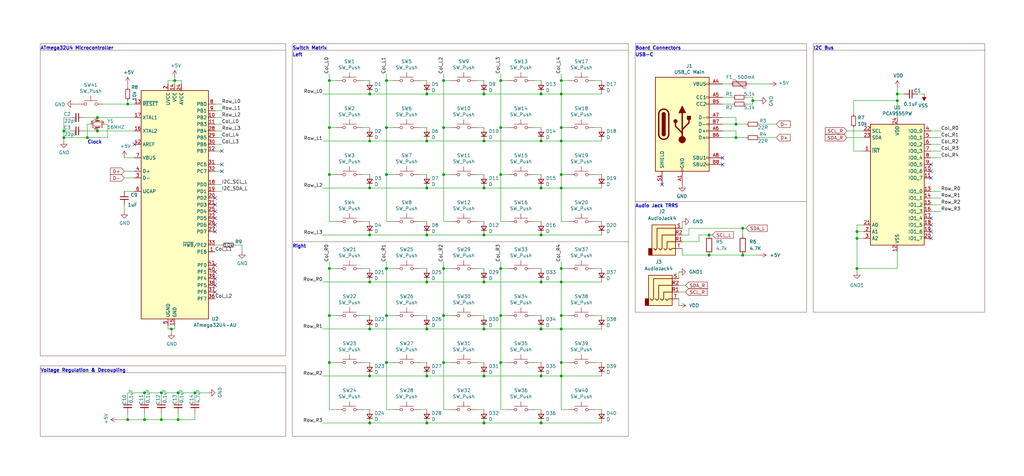
<source format=kicad_sch>
(kicad_sch (version 20230121) (generator eeschema)
  (paper "User" 386.994 180.01)
  (title_block (title "4wyliT") (date "2023-12-17") (rev "3") (company "wylited"))
  (junction (at 161.29 35.56))
  (junction (at 267.97 96.52))
  (junction (at 323.85 101.6))
  (junction (at 139.7 71.12))
  (junction (at 124.46 137.16))
  (junction (at 146.05 66.04))
  (junction (at 36.83 44.45))
  (junction (at 161.29 142.24))
  (junction (at 212.09 48.26))
  (junction (at 73.66 148.59))
  (junction (at 189.23 48.26))
  (junction (at 161.29 106.68))
  (junction (at 189.23 119.38))
  (junction (at 212.09 53.34))
  (junction (at 212.09 35.56))
  (junction (at 139.7 106.68))
  (junction (at 146.05 101.6))
  (junction (at 67.31 148.59))
  (junction (at 124.46 101.6))
  (junction (at 182.88 53.34))
  (junction (at 284.48 38.1))
  (junction (at 189.23 30.48))
  (junction (at 212.09 142.24))
  (junction (at 139.7 160.02))
  (junction (at 280.67 86.36))
  (junction (at 204.47 124.46))
  (junction (at 189.23 137.16))
  (junction (at 212.09 124.46))
  (junction (at 60.96 158.75))
  (junction (at 204.47 106.68))
  (junction (at 189.23 66.04))
  (junction (at 267.97 88.9))
  (junction (at 139.7 124.46))
  (junction (at 204.47 71.12))
  (junction (at 182.88 88.9))
  (junction (at 167.64 66.04))
  (junction (at 139.7 35.56))
  (junction (at 280.67 96.52))
  (junction (at 204.47 142.24))
  (junction (at 161.29 71.12))
  (junction (at 167.64 119.38))
  (junction (at 182.88 71.12))
  (junction (at 48.26 39.37))
  (junction (at 212.09 30.48))
  (junction (at 212.09 101.6))
  (junction (at 24.13 49.53))
  (junction (at 167.64 101.6))
  (junction (at 24.13 52.07))
  (junction (at 339.09 38.1))
  (junction (at 212.09 66.04))
  (junction (at 182.88 124.46))
  (junction (at 167.64 137.16))
  (junction (at 48.26 158.75))
  (junction (at 60.96 148.59))
  (junction (at 139.7 88.9))
  (junction (at 36.83 49.53))
  (junction (at 189.23 101.6))
  (junction (at 139.7 53.34))
  (junction (at 124.46 66.04))
  (junction (at 278.13 52.07))
  (junction (at 146.05 119.38))
  (junction (at 182.88 160.02))
  (junction (at 66.04 30.48))
  (junction (at 161.29 88.9))
  (junction (at 167.64 48.26))
  (junction (at 161.29 124.46))
  (junction (at 182.88 35.56))
  (junction (at 54.61 158.75))
  (junction (at 124.46 119.38))
  (junction (at 146.05 137.16))
  (junction (at 161.29 160.02))
  (junction (at 204.47 53.34))
  (junction (at 146.05 48.26))
  (junction (at 54.61 148.59))
  (junction (at 212.09 119.38))
  (junction (at 212.09 106.68))
  (junction (at 64.77 124.46))
  (junction (at 278.13 46.99))
  (junction (at 182.88 106.68))
  (junction (at 67.31 158.75))
  (junction (at 204.47 88.9))
  (junction (at 212.09 137.16))
  (junction (at 146.05 30.48))
  (junction (at 204.47 160.02))
  (junction (at 124.46 48.26))
  (junction (at 323.85 90.17))
  (junction (at 167.64 30.48))
  (junction (at 124.46 30.48))
  (junction (at 161.29 53.34))
  (junction (at 212.09 71.12))
  (junction (at 33.02 52.07))
  (junction (at 139.7 142.24))
  (junction (at 323.85 87.63))
  (junction (at 339.09 35.56))
  (junction (at 182.88 142.24))
  (junction (at 204.47 35.56))
  (no_connect (at 81.28 102.87))
  (no_connect (at 81.28 82.55))
  (no_connect (at 351.79 85.09))
  (no_connect (at 250.19 69.85))
  (no_connect (at 351.79 62.23))
  (no_connect (at 351.79 64.77))
  (no_connect (at 81.28 87.63))
  (no_connect (at 273.05 62.23))
  (no_connect (at 83.82 57.15))
  (no_connect (at 81.28 85.09))
  (no_connect (at 81.28 110.49))
  (no_connect (at 273.05 59.69))
  (no_connect (at 81.28 74.93))
  (no_connect (at 81.28 105.41))
  (no_connect (at 50.8 54.61))
  (no_connect (at 81.28 107.95))
  (no_connect (at 83.82 64.77))
  (no_connect (at 81.28 100.33))
  (no_connect (at 351.79 82.55))
  (no_connect (at 83.82 62.23))
  (no_connect (at 81.28 77.47))
  (no_connect (at 351.79 67.31))
  (no_connect (at 351.79 87.63))
  (no_connect (at 351.79 90.17))
  (no_connect (at 81.28 80.01))
  (wire (pts (xy 322.58 57.15) (xy 326.39 57.15)))
  (wire (pts (xy 182.88 124.46) (xy 204.47 124.46)))
  (wire (pts (xy 170.18 119.38) (xy 167.64 119.38)))
  (wire (pts (xy 276.86 39.37) (xy 273.05 39.37)))
  (wire (pts (xy 124.46 99.06) (xy 124.46 101.6)))
  (wire (pts (xy 212.09 66.04) (xy 212.09 53.34)))
  (wire (pts (xy 256.54 115.57) (xy 256.54 113.03)))
  (wire (pts (xy 201.93 101.6) (xy 204.47 101.6)))
  (wire (pts (xy 346.71 35.56) (xy 349.25 35.56)))
  (wire (pts (xy 281.94 36.83) (xy 284.48 36.83)))
  (wire (pts (xy 146.05 66.04) (xy 146.05 48.26)))
  (wire (pts (xy 284.48 38.1) (xy 287.02 38.1)))
  (wire (pts (xy 66.04 124.46) (xy 66.04 123.19)))
  (wire (pts (xy 124.46 30.48) (xy 127 30.48)))
  (wire (pts (xy 189.23 101.6) (xy 191.77 101.6)))
  (wire (pts (xy 204.47 88.9) (xy 227.33 88.9)))
  (wire (pts (xy 127 83.82) (xy 124.46 83.82)))
  (wire (pts (xy 167.64 119.38) (xy 167.64 101.6)))
  (wire (pts (xy 323.85 101.6) (xy 339.09 101.6)))
  (wire (pts (xy 24.13 49.53) (xy 24.13 52.07)))
  (wire (pts (xy 39.37 39.37) (xy 48.26 39.37)))
  (wire (pts (xy 257.81 88.9) (xy 260.35 88.9)))
  (wire (pts (xy 146.05 154.94) (xy 146.05 137.16)))
  (wire (pts (xy 50.8 44.45) (xy 36.83 44.45)))
  (wire (pts (xy 137.16 137.16) (xy 139.7 137.16)))
  (wire (pts (xy 273.05 49.53) (xy 278.13 49.53)))
  (wire (pts (xy 170.18 83.82) (xy 167.64 83.82)))
  (wire (pts (xy 351.79 57.15) (xy 355.6 57.15)))
  (wire (pts (xy 170.18 137.16) (xy 167.64 137.16)))
  (wire (pts (xy 48.26 151.13) (xy 48.26 148.59)))
  (wire (pts (xy 191.77 66.04) (xy 189.23 66.04)))
  (wire (pts (xy 33.02 46.99) (xy 33.02 52.07)))
  (wire (pts (xy 64.77 124.46) (xy 64.77 125.73)))
  (wire (pts (xy 212.09 53.34) (xy 212.09 48.26)))
  (wire (pts (xy 81.28 92.71) (xy 83.82 92.71)))
  (wire (pts (xy 167.64 27.94) (xy 167.64 30.48)))
  (wire (pts (xy 212.09 35.56) (xy 212.09 30.48)))
  (wire (pts (xy 212.09 124.46) (xy 227.33 124.46)))
  (wire (pts (xy 189.23 137.16) (xy 189.23 119.38)))
  (wire (pts (xy 63.5 30.48) (xy 66.04 30.48)))
  (wire (pts (xy 48.26 31.75) (xy 48.26 33.02)))
  (wire (pts (xy 161.29 106.68) (xy 182.88 106.68)))
  (wire (pts (xy 351.79 52.07) (xy 355.6 52.07)))
  (wire (pts (xy 287.02 46.99) (xy 293.37 46.99)))
  (wire (pts (xy 180.34 101.6) (xy 182.88 101.6)))
  (wire (pts (xy 214.63 83.82) (xy 212.09 83.82)))
  (wire (pts (xy 201.93 66.04) (xy 204.47 66.04)))
  (wire (pts (xy 81.28 69.85) (xy 83.82 69.85)))
  (wire (pts (xy 146.05 30.48) (xy 148.59 30.48)))
  (wire (pts (xy 54.61 148.59) (xy 60.96 148.59)))
  (wire (pts (xy 139.7 71.12) (xy 161.29 71.12)))
  (wire (pts (xy 260.35 86.36) (xy 280.67 86.36)))
  (wire (pts (xy 182.88 88.9) (xy 204.47 88.9)))
  (wire (pts (xy 212.09 119.38) (xy 212.09 106.68)))
  (wire (pts (xy 139.7 35.56) (xy 161.29 35.56)))
  (wire (pts (xy 212.09 83.82) (xy 212.09 71.12)))
  (wire (pts (xy 167.64 30.48) (xy 170.18 30.48)))
  (wire (pts (xy 204.47 124.46) (xy 212.09 124.46)))
  (wire (pts (xy 201.93 119.38) (xy 204.47 119.38)))
  (wire (pts (xy 39.37 46.99) (xy 40.64 46.99)))
  (wire (pts (xy 351.79 72.39) (xy 355.6 72.39)))
  (wire (pts (xy 124.46 154.94) (xy 124.46 137.16)))
  (wire (pts (xy 124.46 119.38) (xy 124.46 101.6)))
  (wire (pts (xy 212.09 27.94) (xy 212.09 30.48)))
  (wire (pts (xy 214.63 66.04) (xy 212.09 66.04)))
  (wire (pts (xy 214.63 154.94) (xy 212.09 154.94)))
  (wire (pts (xy 180.34 66.04) (xy 182.88 66.04)))
  (wire (pts (xy 214.63 119.38) (xy 212.09 119.38)))
  (wire (pts (xy 339.09 33.02) (xy 339.09 35.56)))
  (wire (pts (xy 180.34 137.16) (xy 182.88 137.16)))
  (wire (pts (xy 170.18 66.04) (xy 167.64 66.04)))
  (wire (pts (xy 323.85 85.09) (xy 323.85 87.63)))
  (wire (pts (xy 212.09 142.24) (xy 227.33 142.24)))
  (wire (pts (xy 63.5 124.46) (xy 63.5 123.19)))
  (wire (pts (xy 280.67 86.36) (xy 281.94 86.36)))
  (wire (pts (xy 278.13 46.99) (xy 281.94 46.99)))
  (wire (pts (xy 67.31 156.21) (xy 67.31 158.75)))
  (wire (pts (xy 256.54 107.95) (xy 259.08 107.95)))
  (wire (pts (xy 64.77 124.46) (xy 66.04 124.46)))
  (wire (pts (xy 322.58 48.26) (xy 322.58 57.15)))
  (wire (pts (xy 201.93 48.26) (xy 204.47 48.26)))
  (wire (pts (xy 284.48 36.83) (xy 284.48 38.1)))
  (wire (pts (xy 201.93 30.48) (xy 204.47 30.48)))
  (wire (pts (xy 167.64 154.94) (xy 167.64 137.16)))
  (wire (pts (xy 170.18 48.26) (xy 167.64 48.26)))
  (wire (pts (xy 34.29 46.99) (xy 33.02 46.99)))
  (wire (pts (xy 78.74 148.59) (xy 73.66 148.59)))
  (wire (pts (xy 148.59 48.26) (xy 146.05 48.26)))
  (wire (pts (xy 137.16 30.48) (xy 139.7 30.48)))
  (wire (pts (xy 158.75 101.6) (xy 161.29 101.6)))
  (wire (pts (xy 257.81 96.52) (xy 267.97 96.52)))
  (wire (pts (xy 224.79 48.26) (xy 227.33 48.26)))
  (wire (pts (xy 81.28 57.15) (xy 83.82 57.15)))
  (wire (pts (xy 212.09 53.34) (xy 227.33 53.34)))
  (wire (pts (xy 146.05 27.94) (xy 146.05 30.48)))
  (wire (pts (xy 148.59 66.04) (xy 146.05 66.04)))
  (wire (pts (xy 83.82 46.99) (xy 81.28 46.99)))
  (wire (pts (xy 67.31 148.59) (xy 73.66 148.59)))
  (wire (pts (xy 284.48 39.37) (xy 281.94 39.37)))
  (wire (pts (xy 68.58 30.48) (xy 68.58 31.75)))
  (wire (pts (xy 48.26 148.59) (xy 54.61 148.59)))
  (wire (pts (xy 146.05 99.06) (xy 146.05 101.6)))
  (wire (pts (xy 48.26 156.21) (xy 48.26 158.75)))
  (wire (pts (xy 180.34 30.48) (xy 182.88 30.48)))
  (wire (pts (xy 60.96 151.13) (xy 60.96 148.59)))
  (wire (pts (xy 137.16 101.6) (xy 139.7 101.6)))
  (wire (pts (xy 137.16 154.94) (xy 139.7 154.94)))
  (wire (pts (xy 341.63 35.56) (xy 339.09 35.56)))
  (wire (pts (xy 148.59 119.38) (xy 146.05 119.38)))
  (wire (pts (xy 60.96 148.59) (xy 67.31 148.59)))
  (wire (pts (xy 124.46 101.6) (xy 127 101.6)))
  (wire (pts (xy 212.09 142.24) (xy 212.09 137.16)))
  (wire (pts (xy 180.34 154.94) (xy 182.88 154.94)))
  (wire (pts (xy 204.47 53.34) (xy 212.09 53.34)))
  (wire (pts (xy 224.79 137.16) (xy 227.33 137.16)))
  (wire (pts (xy 139.7 88.9) (xy 161.29 88.9)))
  (wire (pts (xy 91.44 92.71) (xy 91.44 95.25)))
  (wire (pts (xy 191.77 119.38) (xy 189.23 119.38)))
  (wire (pts (xy 224.79 66.04) (xy 227.33 66.04)))
  (wire (pts (xy 124.46 137.16) (xy 124.46 119.38)))
  (wire (pts (xy 158.75 30.48) (xy 161.29 30.48)))
  (wire (pts (xy 67.31 151.13) (xy 67.31 148.59)))
  (wire (pts (xy 278.13 44.45) (xy 278.13 46.99)))
  (wire (pts (xy 212.09 154.94) (xy 212.09 142.24)))
  (wire (pts (xy 182.88 160.02) (xy 204.47 160.02)))
  (wire (pts (xy 60.96 158.75) (xy 67.31 158.75)))
  (wire (pts (xy 351.79 80.01) (xy 355.6 80.01)))
  (wire (pts (xy 264.16 88.9) (xy 267.97 88.9)))
  (wire (pts (xy 66.04 30.48) (xy 66.04 29.21)))
  (wire (pts (xy 191.77 137.16) (xy 189.23 137.16)))
  (wire (pts (xy 127 119.38) (xy 124.46 119.38)))
  (wire (pts (xy 278.13 52.07) (xy 281.94 52.07)))
  (wire (pts (xy 146.05 119.38) (xy 146.05 101.6)))
  (wire (pts (xy 161.29 88.9) (xy 182.88 88.9)))
  (wire (pts (xy 323.85 101.6) (xy 323.85 102.87)))
  (wire (pts (xy 54.61 151.13) (xy 54.61 148.59)))
  (wire (pts (xy 283.21 31.75) (xy 290.83 31.75)))
  (wire (pts (xy 63.5 30.48) (xy 63.5 31.75)))
  (wire (pts (xy 29.21 39.37) (xy 27.94 39.37)))
  (wire (pts (xy 167.64 101.6) (xy 170.18 101.6)))
  (wire (pts (xy 191.77 48.26) (xy 189.23 48.26)))
  (wire (pts (xy 224.79 83.82) (xy 227.33 83.82)))
  (wire (pts (xy 189.23 27.94) (xy 189.23 30.48)))
  (wire (pts (xy 212.09 101.6) (xy 214.63 101.6)))
  (wire (pts (xy 44.45 158.75) (xy 48.26 158.75)))
  (wire (pts (xy 24.13 49.53) (xy 26.67 49.53)))
  (wire (pts (xy 167.64 99.06) (xy 167.64 101.6)))
  (wire (pts (xy 351.79 74.93) (xy 355.6 74.93)))
  (wire (pts (xy 224.79 30.48) (xy 227.33 30.48)))
  (wire (pts (xy 212.09 30.48) (xy 214.63 30.48)))
  (wire (pts (xy 121.92 142.24) (xy 139.7 142.24)))
  (wire (pts (xy 124.46 66.04) (xy 124.46 48.26)))
  (wire (pts (xy 31.75 49.53) (xy 36.83 49.53)))
  (wire (pts (xy 212.09 35.56) (xy 227.33 35.56)))
  (wire (pts (xy 146.05 137.16) (xy 146.05 119.38)))
  (wire (pts (xy 260.35 88.9) (xy 260.35 86.36)))
  (wire (pts (xy 50.8 72.39) (xy 46.99 72.39)))
  (wire (pts (xy 161.29 53.34) (xy 182.88 53.34)))
  (wire (pts (xy 212.09 106.68) (xy 227.33 106.68)))
  (wire (pts (xy 83.82 49.53) (xy 81.28 49.53)))
  (wire (pts (xy 139.7 160.02) (xy 161.29 160.02)))
  (wire (pts (xy 264.16 91.44) (xy 264.16 88.9)))
  (wire (pts (xy 351.79 49.53) (xy 355.6 49.53)))
  (wire (pts (xy 60.96 156.21) (xy 60.96 158.75)))
  (wire (pts (xy 212.09 137.16) (xy 212.09 124.46)))
  (wire (pts (xy 124.46 83.82) (xy 124.46 66.04)))
  (wire (pts (xy 278.13 49.53) (xy 278.13 52.07)))
  (wire (pts (xy 121.92 71.12) (xy 139.7 71.12)))
  (wire (pts (xy 339.09 95.25) (xy 339.09 101.6)))
  (wire (pts (xy 224.79 119.38) (xy 227.33 119.38)))
  (wire (pts (xy 54.61 156.21) (xy 54.61 158.75)))
  (wire (pts (xy 148.59 83.82) (xy 146.05 83.82)))
  (wire (pts (xy 189.23 99.06) (xy 189.23 101.6)))
  (wire (pts (xy 83.82 44.45) (xy 81.28 44.45)))
  (wire (pts (xy 180.34 83.82) (xy 182.88 83.82)))
  (wire (pts (xy 189.23 154.94) (xy 189.23 137.16)))
  (wire (pts (xy 137.16 83.82) (xy 139.7 83.82)))
  (wire (pts (xy 320.04 52.07) (xy 326.39 52.07)))
  (wire (pts (xy 204.47 71.12) (xy 212.09 71.12)))
  (wire (pts (xy 267.97 88.9) (xy 269.24 88.9)))
  (wire (pts (xy 182.88 106.68) (xy 204.47 106.68)))
  (wire (pts (xy 139.7 106.68) (xy 161.29 106.68)))
  (wire (pts (xy 273.05 44.45) (xy 278.13 44.45)))
  (wire (pts (xy 355.6 59.69) (xy 351.79 59.69)))
  (wire (pts (xy 48.26 158.75) (xy 54.61 158.75)))
  (wire (pts (xy 180.34 119.38) (xy 182.88 119.38)))
  (wire (pts (xy 189.23 30.48) (xy 191.77 30.48)))
  (wire (pts (xy 257.81 96.52) (xy 257.81 93.98)))
  (wire (pts (xy 287.02 52.07) (xy 293.37 52.07)))
  (wire (pts (xy 201.93 83.82) (xy 204.47 83.82)))
  (wire (pts (xy 257.81 91.44) (xy 264.16 91.44)))
  (wire (pts (xy 158.75 83.82) (xy 161.29 83.82)))
  (wire (pts (xy 48.26 39.37) (xy 48.26 38.1)))
  (wire (pts (xy 280.67 96.52) (xy 287.02 96.52)))
  (wire (pts (xy 54.61 158.75) (xy 60.96 158.75)))
  (wire (pts (xy 26.67 44.45) (xy 24.13 44.45)))
  (wire (pts (xy 24.13 53.34) (xy 24.13 52.07)))
  (wire (pts (xy 158.75 66.04) (xy 161.29 66.04)))
  (wire (pts (xy 148.59 137.16) (xy 146.05 137.16)))
  (wire (pts (xy 121.92 88.9) (xy 139.7 88.9)))
  (wire (pts (xy 83.82 54.61) (xy 81.28 54.61)))
  (wire (pts (xy 46.99 80.01) (xy 46.99 77.47)))
  (wire (pts (xy 182.88 142.24) (xy 204.47 142.24)))
  (wire (pts (xy 158.75 119.38) (xy 161.29 119.38)))
  (wire (pts (xy 182.88 53.34) (xy 204.47 53.34)))
  (wire (pts (xy 167.64 83.82) (xy 167.64 66.04)))
  (wire (pts (xy 201.93 154.94) (xy 204.47 154.94)))
  (wire (pts (xy 121.92 124.46) (xy 139.7 124.46)))
  (wire (pts (xy 121.92 35.56) (xy 139.7 35.56)))
  (wire (pts (xy 280.67 86.36) (xy 280.67 88.9)))
  (wire (pts (xy 33.02 52.07) (xy 40.64 52.07)))
  (wire (pts (xy 40.64 46.99) (xy 40.64 52.07)))
  (wire (pts (xy 204.47 35.56) (xy 212.09 35.56)))
  (wire (pts (xy 339.09 35.56) (xy 339.09 38.1)))
  (wire (pts (xy 182.88 71.12) (xy 204.47 71.12)))
  (wire (pts (xy 326.39 87.63) (xy 323.85 87.63)))
  (wire (pts (xy 161.29 142.24) (xy 182.88 142.24)))
  (wire (pts (xy 339.09 38.1) (xy 339.09 44.45)))
  (wire (pts (xy 139.7 142.24) (xy 161.29 142.24)))
  (wire (pts (xy 124.46 48.26) (xy 124.46 30.48)))
  (wire (pts (xy 267.97 96.52) (xy 280.67 96.52)))
  (wire (pts (xy 256.54 110.49) (xy 259.08 110.49)))
  (wire (pts (xy 256.54 102.87) (xy 256.54 105.41)))
  (wire (pts (xy 278.13 52.07) (xy 273.05 52.07)))
  (wire (pts (xy 161.29 71.12) (xy 182.88 71.12)))
  (wire (pts (xy 81.28 64.77) (xy 83.82 64.77)))
  (wire (pts (xy 204.47 142.24) (xy 212.09 142.24)))
  (wire (pts (xy 326.39 90.17) (xy 323.85 90.17)))
  (wire (pts (xy 31.75 44.45) (xy 36.83 44.45)))
  (wire (pts (xy 326.39 85.09) (xy 323.85 85.09)))
  (wire (pts (xy 121.92 53.34) (xy 139.7 53.34)))
  (wire (pts (xy 36.83 49.53) (xy 50.8 49.53)))
  (wire (pts (xy 212.09 99.06) (xy 212.09 101.6)))
  (wire (pts (xy 322.58 38.1) (xy 322.58 43.18)))
  (wire (pts (xy 46.99 64.77) (xy 50.8 64.77)))
  (wire (pts (xy 139.7 124.46) (xy 161.29 124.46)))
  (wire (pts (xy 275.59 31.75) (xy 273.05 31.75)))
  (wire (pts (xy 146.05 83.82) (xy 146.05 66.04)))
  (wire (pts (xy 191.77 83.82) (xy 189.23 83.82)))
  (wire (pts (xy 170.18 154.94) (xy 167.64 154.94)))
  (wire (pts (xy 161.29 124.46) (xy 182.88 124.46)))
  (wire (pts (xy 212.09 48.26) (xy 212.09 35.56)))
  (wire (pts (xy 323.85 90.17) (xy 323.85 101.6)))
  (wire (pts (xy 121.92 106.68) (xy 139.7 106.68)))
  (wire (pts (xy 66.04 31.75) (xy 66.04 30.48)))
  (wire (pts (xy 204.47 106.68) (xy 212.09 106.68)))
  (wire (pts (xy 323.85 87.63) (xy 323.85 90.17)))
  (wire (pts (xy 81.28 52.07) (xy 83.82 52.07)))
  (wire (pts (xy 81.28 72.39) (xy 83.82 72.39)))
  (wire (pts (xy 257.81 83.82) (xy 257.81 86.36)))
  (wire (pts (xy 24.13 52.07) (xy 33.02 52.07)))
  (wire (pts (xy 284.48 38.1) (xy 284.48 39.37)))
  (wire (pts (xy 66.04 30.48) (xy 68.58 30.48)))
  (wire (pts (xy 201.93 137.16) (xy 204.47 137.16)))
  (wire (pts (xy 273.05 36.83) (xy 276.86 36.83)))
  (wire (pts (xy 214.63 137.16) (xy 212.09 137.16)))
  (wire (pts (xy 73.66 158.75) (xy 73.66 156.21)))
  (wire (pts (xy 81.28 62.23) (xy 83.82 62.23)))
  (wire (pts (xy 24.13 44.45) (xy 24.13 49.53)))
  (wire (pts (xy 63.5 124.46) (xy 64.77 124.46)))
  (wire (pts (xy 204.47 160.02) (xy 227.33 160.02)))
  (wire (pts (xy 127 66.04) (xy 124.46 66.04)))
  (wire (pts (xy 158.75 137.16) (xy 161.29 137.16)))
  (wire (pts (xy 180.34 48.26) (xy 182.88 48.26)))
  (wire (pts (xy 167.64 48.26) (xy 167.64 30.48)))
  (wire (pts (xy 127 48.26) (xy 124.46 48.26)))
  (wire (pts (xy 146.05 48.26) (xy 146.05 30.48)))
  (wire (pts (xy 351.79 54.61) (xy 355.6 54.61)))
  (wire (pts (xy 50.8 67.31) (xy 46.99 67.31)))
  (wire (pts (xy 50.8 39.37) (xy 48.26 39.37)))
  (wire (pts (xy 167.64 66.04) (xy 167.64 48.26)))
  (wire (pts (xy 137.16 48.26) (xy 139.7 48.26)))
  (wire (pts (xy 224.79 101.6) (xy 227.33 101.6)))
  (wire (pts (xy 148.59 154.94) (xy 146.05 154.94)))
  (wire (pts (xy 189.23 119.38) (xy 189.23 101.6)))
  (wire (pts (xy 214.63 48.26) (xy 212.09 48.26)))
  (wire (pts (xy 189.23 66.04) (xy 189.23 48.26)))
  (wire (pts (xy 320.04 49.53) (xy 326.39 49.53)))
  (wire (pts (xy 137.16 66.04) (xy 139.7 66.04)))
  (wire (pts (xy 191.77 154.94) (xy 189.23 154.94)))
  (wire (pts (xy 146.05 101.6) (xy 148.59 101.6)))
  (wire (pts (xy 139.7 53.34) (xy 161.29 53.34)))
  (wire (pts (xy 50.8 59.69) (xy 46.99 59.69)))
  (wire (pts (xy 158.75 154.94) (xy 161.29 154.94)))
  (wire (pts (xy 137.16 119.38) (xy 139.7 119.38)))
  (wire (pts (xy 121.92 160.02) (xy 139.7 160.02)))
  (wire (pts (xy 224.79 154.94) (xy 227.33 154.94)))
  (wire (pts (xy 351.79 77.47) (xy 355.6 77.47)))
  (wire (pts (xy 189.23 83.82) (xy 189.23 66.04)))
  (wire (pts (xy 189.23 48.26) (xy 189.23 30.48)))
  (wire (pts (xy 127 137.16) (xy 124.46 137.16)))
  (wire (pts (xy 158.75 48.26) (xy 161.29 48.26)))
  (wire (pts (xy 67.31 158.75) (xy 73.66 158.75)))
  (wire (pts (xy 278.13 46.99) (xy 273.05 46.99)))
  (wire (pts (xy 88.9 92.71) (xy 91.44 92.71)))
  (wire (pts (xy 124.46 27.94) (xy 124.46 30.48)))
  (wire (pts (xy 212.09 71.12) (xy 227.33 71.12)))
  (wire (pts (xy 212.09 106.68) (xy 212.09 101.6)))
  (wire (pts (xy 161.29 35.56) (xy 182.88 35.56)))
  (wire (pts (xy 73.66 148.59) (xy 73.66 151.13)))
  (wire (pts (xy 212.09 124.46) (xy 212.09 119.38)))
  (wire (pts (xy 322.58 38.1) (xy 339.09 38.1)))
  (wire (pts (xy 127 154.94) (xy 124.46 154.94)))
  (wire (pts (xy 182.88 35.56) (xy 204.47 35.56)))
  (wire (pts (xy 161.29 160.02) (xy 182.88 160.02)))
  (wire (pts (xy 83.82 41.91) (xy 81.28 41.91)))
  (wire (pts (xy 212.09 71.12) (xy 212.09 66.04)))
  (wire (pts (xy 167.64 137.16) (xy 167.64 119.38)))
  (wire (pts (xy 83.82 39.37) (xy 81.28 39.37)))
  (rectangle (start 15.24 16.51) (end 107.95 134.62) (stroke (width 0.1) (color 72 0 0 1)))
  (rectangle (start 110.49 16.51) (end 237.49 165.1) (stroke (width 0.1) (color 72 0 0 1)))
  (rectangle (start 15.24 138.43) (end 107.95 165.1) (stroke (width 0.1) (color 72 0 0 1)))
  (rectangle (start 240.03 16.51) (end 304.8 118.11) (stroke (width 0.1) (color 72 0 0 1)))
  (rectangle (start 240.03 19.05) (end 304.8 19.05) (stroke (width 0.1) (color 72 0 0 1)))
  (rectangle (start 110.49 19.05) (end 237.49 19.05) (stroke (width 0.1) (color 72 0 0 1)))
  (rectangle (start 15.24 19.05) (end 107.95 19.05) (stroke (width 0.1) (color 72 0 0 1)))
  (rectangle (start 15.24 140.97) (end 107.95 140.97) (stroke (width 0.1) (color 72 0 0 1)))
  (rectangle (start 307.34 16.51) (end 372.11 118.11) (stroke (width 0.1) (color 72 0 0 1)))
  (rectangle (start 240.03 76.2) (end 304.8 76.2) (stroke (width 0.1) (color 72 0 0 1)))
  (rectangle (start 307.34 19.05) (end 372.11 19.05) (stroke (width 0.1) (color 72 0 0 1)))
  (rectangle (start 110.49 91.44) (end 237.49 91.44) (stroke (width 0.1) (color 72 0 0 1)))
  (text "Right\n" (at 110.49 93.98 0) (effects (font (size 1.27 1.27) bold) (justify left bottom)))
  (text "Clock" (at 33.02 54.61 0) (effects (font (size 1.27 1.27) bold) (justify left bottom)))
  (text "Switch Matrix\n" (at 110.49 19.05 0) (effects (font (size 1.27 1.27) bold) (justify left bottom)))
  (text "Audio Jack TRRS\n" (at 240.03 78.74 0) (effects (font (size 1.27 1.27) bold) (justify left bottom)))
  (text "USB-C" (at 240.03 21.59 0) (effects (font (size 1.27 1.27) bold) (justify left bottom)))
  (text "I2C Bus" (at 307.34 19.05 0) (effects (font (size 1.27 1.27) bold) (justify left bottom)))
  (text "ATmega32U4 Microcontroller" (at 15.24 19.05 0) (effects (font (size 1.27 1.27) bold) (justify left bottom)))
  (text "Left" (at 110.49 21.59 0) (effects (font (size 1.27 1.27) bold) (justify left bottom)))
  (text "Board Connectors\n" (at 240.03 19.05 0) (effects (font (size 1.27 1.27) bold) (justify left bottom)))
  (text "Voltage Regulation & Decoupling\n" (at 15.24 140.97 0) (effects (font (size 1.27 1.27) bold) (justify left bottom)))
  (label "Row_L3" (at 121.92 88.9 180))
  (label "Col_L3" (at 83.82 54.61 0))
  (label "Row_L0" (at 121.92 35.56 180))
  (label "Row_L0" (at 83.82 39.37 0))
  (label "Row_L3" (at 83.82 49.53 0))
  (label "Row_L2" (at 121.92 71.12 180))
  (label "Col_R0" (at 124.46 99.06 90))
  (label "Col_R4" (at 355.6 59.69 0))
  (label "Row_R0" (at 121.92 106.68 180))
  (label "Row_R3" (at 355.6 80.01 0))
  (label "I2C_SCL_L" (at 83.82 69.85 0))
  (label "Row_R1" (at 355.6 74.93 0))
  (label "Col_R2" (at 355.6 54.61 0))
  (label "Col_L2" (at 167.64 27.94 90))
  (label "Col_R2" (at 167.64 99.06 90))
  (label "Row_R0" (at 355.6 72.39 0))
  (label "Row_R2" (at 121.92 142.24 180))
  (label "Col_L0" (at 83.82 46.99 0))
  (label "Col_R1" (at 146.05 99.06 90))
  (label "Row_L1" (at 83.82 41.91 0))
  (label "Col_L4" (at 212.09 27.94 90))
  (label "Col_L1" (at 81.28 95.25 0))
  (label "Row_L1" (at 121.92 53.34 180))
  (label "Col_R3" (at 355.6 57.15 0))
  (label "Col_R4" (at 212.09 99.06 90))
  (label "Col_L1" (at 146.05 27.94 90))
  (label "Row_R1" (at 121.92 124.46 180))
  (label "Row_R3" (at 121.92 160.02 180))
  (label "Row_R2" (at 355.6 77.47 0))
  (label "I2C_SDA_L" (at 83.82 72.39 0))
  (label "Col_R1" (at 355.6 52.07 0))
  (label "Col_L3" (at 189.23 27.94 90))
  (label "Col_L4" (at 83.82 52.07 0))
  (label "Col_R3" (at 189.23 99.06 90))
  (label "Row_L2" (at 83.82 44.45 0))
  (label "Col_L2" (at 81.28 113.03 0))
  (label "Col_R0" (at 355.6 49.53 0))
  (label "Col_L0" (at 124.46 27.94 90))
  (global_label "D+" (shape input) (at 293.37 52.07 0) (property "Intersheetrefs" "${INTERSHEET_REFS}" (effects hide)))
  (global_label "SCL_L" (shape input) (at 269.24 88.9 0) (property "Intersheetrefs" "${INTERSHEET_REFS}" (effects hide)))
  (global_label "SCL_R" (shape input) (at 320.04 49.53 180) (property "Intersheetrefs" "${INTERSHEET_REFS}" (effects hide)))
  (global_label "D-" (shape input) (at 293.37 46.99 0) (property "Intersheetrefs" "${INTERSHEET_REFS}" (effects hide)))
  (global_label "SCL_R" (shape input) (at 259.08 110.49 0) (property "Intersheetrefs" "${INTERSHEET_REFS}" (effects hide)))
  (global_label "SDA_R" (shape input) (at 259.08 107.95 0) (property "Intersheetrefs" "${INTERSHEET_REFS}" (effects hide)))
  (global_label "D-" (shape input) (at 46.99 67.31 180) (property "Intersheetrefs" "${INTERSHEET_REFS}" (effects hide)))
  (global_label "SDA_L" (shape input) (at 281.94 86.36 0) (property "Intersheetrefs" "${INTERSHEET_REFS}" (effects hide)))
  (global_label "SDA_R" (shape input) (at 320.04 52.07 180) (property "Intersheetrefs" "${INTERSHEET_REFS}" (effects hide)))
  (global_label "D+" (shape input) (at 46.99 64.77 180) (property "Intersheetrefs" "${INTERSHEET_REFS}" (effects hide)))
  (symbol (lib_id "Device:C_Small") (at 29.21 49.53 270) (unit 1)
    (property "Reference" "C3" (at 25.4 48.26 90))
    (property "Value" "22pF" (at 26.67 50.8 90))
    (property "Footprint" "Weteor:C_0402_HandSolder" (effects hide))
  )
  (symbol (lib_id "power:VSS") (at 349.25 35.56 180) (unit 1)
    (property "Reference" "#PWR010" (effects hide))
    (property "Value" "VSS" (at 348.869 39.9542 0))
  )
  (symbol (lib_id "Switch:SW_Push") (at 175.26 48.26 0) (unit 1)
    (property "Reference" "SW10" (at 175.26 41.021 0))
    (property "Value" "SW_Push" (at 175.26 43.3324 0))
    (property "Footprint" "Weteor:Kailh_Choc_1u" (effects hide))
  )
  (symbol (lib_id "power:+5V") (at 44.45 158.75 90) (unit 1)
    (property "Reference" "#PWR021" (effects hide))
    (property "Value" "+5V" (at 40.0558 158.369 0))
  )
  (symbol (lib_id "Device:D_Small") (at 227.33 104.14 90) (unit 1)
    (property "Reference" "D37" (at 229.108 102.9716 90) (effects (justify right)))
    (property "Value" "D" (at 229.108 105.283 90) (effects (justify right)))
    (property "Footprint" "Weteor:D_SOD-123" (effects hide))
  )
  (symbol (lib_id "Switch:SW_Push") (at 196.85 30.48 0) (unit 1)
    (property "Reference" "SW13" (at 196.85 23.241 0))
    (property "Value" "SW_Push" (at 196.85 25.5524 0))
    (property "Footprint" "Weteor:Kailh_Choc_1u" (effects hide))
  )
  (symbol (lib_id "Device:C_Small") (at 67.31 153.67 0) (unit 1)
    (property "Reference" "C13" (at 66.04 151.13 90))
    (property "Value" "0.1uF" (at 68.58 149.86 90))
    (property "Footprint" "Weteor:C_0402_HandSolder" (effects hide))
  )
  (symbol (lib_id "Device:C_Small") (at 48.26 153.67 0) (unit 1)
    (property "Reference" "C10" (at 46.99 151.13 90))
    (property "Value" "0.1uF" (at 49.53 149.86 90))
    (property "Footprint" "Weteor:C_0402_HandSolder" (effects hide))
  )
  (symbol (lib_id "Connector:USB_C_Receptacle_USB2.0") (at 257.81 46.99 0) (unit 1)
    (property "Reference" "J1" (at 260.5278 24.9682 0))
    (property "Value" "USB_C Main" (at 260.5278 27.2796 0))
    (property "Footprint" "Weteor:USB-C-12-Pin-MidMount" (effects hide))
    (property "Datasheet" "https://www.usb.org/sites/default/files/documents/usb_type-c.zip" (effects hide))
  )
  (symbol (lib_id "Switch:SW_Push") (at 219.71 101.6 0) (unit 1)
    (property "Reference" "SW37" (at 219.71 94.361 0))
    (property "Value" "SW_Push" (at 219.71 96.6724 0))
    (property "Footprint" "Weteor:Kailh_Choc_1u" (effects hide))
  )
  (symbol (lib_id "Device:D_Small") (at 227.33 33.02 90) (unit 1)
    (property "Reference" "D17" (at 229.108 31.8516 90) (effects (justify right)))
    (property "Value" "D" (at 229.108 34.163 90) (effects (justify right)))
    (property "Footprint" "Weteor:D_SOD-123" (effects hide))
  )
  (symbol (lib_id "Device:D_Small") (at 204.47 86.36 90) (unit 1)
    (property "Reference" "D16" (at 206.248 85.1916 90) (effects (justify right)))
    (property "Value" "D" (at 206.248 87.503 90) (effects (justify right)))
    (property "Footprint" "Weteor:D_SOD-123" (effects hide))
  )
  (symbol (lib_id "Device:D_Small") (at 227.33 50.8 90) (unit 1)
    (property "Reference" "D18" (at 229.108 49.6316 90) (effects (justify right)))
    (property "Value" "D" (at 229.108 51.943 90) (effects (justify right)))
    (property "Footprint" "Weteor:D_SOD-123" (effects hide))
  )
  (symbol (lib_id "Switch:SW_Push") (at 219.71 83.82 0) (unit 1)
    (property "Reference" "SW20" (at 219.71 76.581 0))
    (property "Value" "SW_Push" (at 219.71 78.8924 0))
    (property "Footprint" "Weteor:Kailh_Choc_1u" (effects hide))
  )
  (symbol (lib_id "Device:Polyfuse") (at 279.4 31.75 90) (mirror x) (unit 1)
    (property "Reference" "F1" (at 275.59 29.21 90))
    (property "Value" "500mA" (at 281.94 29.21 90))
    (property "Footprint" "Fuse:Fuse_1206_3216Metric" (effects hide))
  )
  (symbol (lib_id "Switch:SW_Push") (at 153.67 30.48 0) (unit 1)
    (property "Reference" "SW5" (at 153.67 23.241 0))
    (property "Value" "SW_Push" (at 153.67 25.5524 0))
    (property "Footprint" "Weteor:Kailh_Choc_1u" (effects hide))
  )
  (symbol (lib_id "Device:R_Small") (at 322.58 45.72 0) (unit 1)
    (property "Reference" "R7" (at 324.0786 44.5516 0) (effects (justify left)))
    (property "Value" "10k" (at 324.0786 46.863 0) (effects (justify left)))
    (property "Footprint" "Weteor:R_0402_HandSolder" (effects hide))
  )
  (symbol (lib_id "Device:D_Small") (at 204.47 50.8 90) (unit 1)
    (property "Reference" "D14" (at 206.248 49.6316 90) (effects (justify right)))
    (property "Value" "D" (at 206.248 51.943 90) (effects (justify right)))
    (property "Footprint" "Weteor:D_SOD-123" (effects hide))
  )
  (symbol (lib_id "Switch:SW_Push") (at 196.85 83.82 0) (unit 1)
    (property "Reference" "SW16" (at 196.85 76.581 0))
    (property "Value" "SW_Push" (at 196.85 78.8924 0))
    (property "Footprint" "Weteor:Kailh_Choc_1u" (effects hide))
  )
  (symbol (lib_id "Device:D_Small") (at 227.33 121.92 90) (unit 1)
    (property "Reference" "D38" (at 229.108 120.7516 90) (effects (justify right)))
    (property "Value" "D" (at 229.108 123.063 90) (effects (justify right)))
    (property "Footprint" "Weteor:D_SOD-123" (effects hide))
  )
  (symbol (lib_id "Device:D_Small") (at 182.88 68.58 90) (unit 1)
    (property "Reference" "D11" (at 184.658 67.4116 90) (effects (justify right)))
    (property "Value" "D" (at 184.658 69.723 90) (effects (justify right)))
    (property "Footprint" "Weteor:D_SOD-123" (effects hide))
  )
  (symbol (lib_id "Switch:SW_Push") (at 175.26 101.6 0) (unit 1)
    (property "Reference" "SW29" (at 175.26 94.361 0))
    (property "Value" "SW_Push" (at 175.26 96.6724 0))
    (property "Footprint" "Weteor:Kailh_Choc_1u" (effects hide))
  )
  (symbol (lib_id "power:GND") (at 257.81 83.82 90) (unit 1)
    (property "Reference" "#PWR06" (effects hide))
    (property "Value" "GND" (at 261.62 83.82 90) (effects (justify right)))
  )
  (symbol (lib_id "Device:C_Small") (at 60.96 153.67 0) (unit 1)
    (property "Reference" "C12" (at 59.69 151.13 90))
    (property "Value" "0.1uF" (at 62.23 149.86 90))
    (property "Footprint" "Weteor:C_0402_HandSolder" (effects hide))
  )
  (symbol (lib_id "Device:D_Small") (at 182.88 139.7 90) (unit 1)
    (property "Reference" "D31" (at 184.658 138.5316 90) (effects (justify right)))
    (property "Value" "D" (at 184.658 140.843 90) (effects (justify right)))
    (property "Footprint" "Weteor:D_SOD-123" (effects hide))
  )
  (symbol (lib_id "Device:C_Small") (at 344.17 35.56 270) (unit 1)
    (property "Reference" "C1" (at 346.71 34.29 90))
    (property "Value" "0.1uF" (at 344.17 39.37 90))
    (property "Footprint" "Weteor:C_0402_HandSolder" (effects hide))
  )
  (symbol (lib_id "Device:R_Small") (at 284.48 52.07 270) (unit 1)
    (property "Reference" "R4" (at 288.29 50.8 90))
    (property "Value" "22R" (at 288.29 53.34 90))
    (property "Footprint" "Weteor:R_0402_HandSolder" (effects hide))
  )
  (symbol (lib_id "Switch:SW_Push") (at 196.85 66.04 0) (unit 1)
    (property "Reference" "SW15" (at 196.85 58.801 0))
    (property "Value" "SW_Push" (at 196.85 61.1124 0))
    (property "Footprint" "Weteor:Kailh_Choc_1u" (effects hide))
  )
  (symbol (lib_id "Switch:SW_Push") (at 175.26 83.82 0) (unit 1)
    (property "Reference" "SW12" (at 175.26 76.581 0))
    (property "Value" "SW_Push" (at 175.26 78.8924 0))
    (property "Footprint" "Weteor:Kailh_Choc_1u" (effects hide))
  )
  (symbol (lib_id "Device:D_Small") (at 182.88 50.8 90) (unit 1)
    (property "Reference" "D10" (at 184.658 49.6316 90) (effects (justify right)))
    (property "Value" "D" (at 184.658 51.943 90) (effects (justify right)))
    (property "Footprint" "Weteor:D_SOD-123" (effects hide))
  )
  (symbol (lib_id "Device:D_Small") (at 182.88 104.14 90) (unit 1)
    (property "Reference" "D29" (at 184.658 102.9716 90) (effects (justify right)))
    (property "Value" "D" (at 184.658 105.283 90) (effects (justify right)))
    (property "Footprint" "Weteor:D_SOD-123" (effects hide))
  )
  (symbol (lib_id "Device:D_Small") (at 139.7 50.8 90) (unit 1)
    (property "Reference" "D2" (at 141.478 49.6316 90) (effects (justify right)))
    (property "Value" "D" (at 141.478 51.943 90) (effects (justify right)))
    (property "Footprint" "Weteor:D_SOD-123" (effects hide))
  )
  (symbol (lib_id "Device:Crystal_GND24_Small") (at 36.83 46.99 270) (unit 1)
    (property "Reference" "Y1" (at 40.4876 45.8216 90) (effects (justify left)))
    (property "Value" "16MHZ" (at 40.4876 48.133 90) (effects (justify left)))
    (property "Footprint" "Crystal:Crystal_SMD_3225-4Pin_3.2x2.5mm" (effects hide))
  )
  (symbol (lib_id "Device:R_Small") (at 48.26 35.56 0) (unit 1)
    (property "Reference" "R8" (at 49.53 33.02 0) (effects (justify left)))
    (property "Value" "10k" (at 50.8 38.1 90) (effects (justify left)))
    (property "Footprint" "Weteor:R_0402_HandSolder" (effects hide))
  )
  (symbol (lib_id "Switch:SW_Push") (at 175.26 66.04 0) (unit 1)
    (property "Reference" "SW11" (at 175.26 58.801 0))
    (property "Value" "SW_Push" (at 175.26 61.1124 0))
    (property "Footprint" "Weteor:Kailh_Choc_1u" (effects hide))
  )
  (symbol (lib_id "Device:D_Small") (at 161.29 104.14 90) (unit 1)
    (property "Reference" "D25" (at 163.068 102.9716 90) (effects (justify right)))
    (property "Value" "D" (at 163.068 105.283 90) (effects (justify right)))
    (property "Footprint" "Weteor:D_SOD-123" (effects hide))
  )
  (symbol (lib_id "Switch:SW_Push") (at 132.08 66.04 0) (unit 1)
    (property "Reference" "SW3" (at 132.08 58.801 0))
    (property "Value" "SW_Push" (at 132.08 61.1124 0))
    (property "Footprint" "Weteor:Kailh_Choc_1u" (effects hide))
  )
  (symbol (lib_id "Device:D_Small") (at 161.29 139.7 90) (unit 1)
    (property "Reference" "D27" (at 163.068 138.5316 90) (effects (justify right)))
    (property "Value" "D" (at 163.068 140.843 90) (effects (justify right)))
    (property "Footprint" "Weteor:D_SOD-123" (effects hide))
  )
  (symbol (lib_id "Switch:SW_Push") (at 132.08 137.16 0) (unit 1)
    (property "Reference" "SW23" (at 132.08 129.921 0))
    (property "Value" "SW_Push" (at 132.08 132.2324 0))
    (property "Footprint" "Weteor:Kailh_Choc_1u" (effects hide))
  )
  (symbol (lib_id "Device:D_Small") (at 227.33 157.48 90) (unit 1)
    (property "Reference" "D40" (at 229.108 156.3116 90) (effects (justify right)))
    (property "Value" "D" (at 229.108 158.623 90) (effects (justify right)))
    (property "Footprint" "Weteor:D_SOD-123" (effects hide))
  )
  (symbol (lib_id "Connector_Audio:AudioJack4") (at 252.73 88.9 0) (unit 1)
    (property "Reference" "J2" (at 250.19 80.01 0))
    (property "Value" "AudioJack4" (at 250.19 82.55 0))
  )
  (symbol (lib_id "Device:D_Small") (at 204.47 104.14 90) (unit 1)
    (property "Reference" "D33" (at 206.248 102.9716 90) (effects (justify right)))
    (property "Value" "D" (at 206.248 105.283 90) (effects (justify right)))
    (property "Footprint" "Weteor:D_SOD-123" (effects hide))
  )
  (symbol (lib_id "power:GND") (at 46.99 80.01 0) (unit 1)
    (property "Reference" "#PWR016" (effects hide))
    (property "Value" "GND" (at 47.117 84.4042 0))
  )
  (symbol (lib_id "Device:D_Small") (at 161.29 50.8 90) (unit 1)
    (property "Reference" "D6" (at 163.068 49.6316 90) (effects (justify right)))
    (property "Value" "D" (at 163.068 51.943 90) (effects (justify right)))
    (property "Footprint" "Weteor:D_SOD-123" (effects hide))
  )
  (symbol (lib_id "Device:D_Small") (at 182.88 33.02 90) (unit 1)
    (property "Reference" "D9" (at 184.658 31.8516 90) (effects (justify right)))
    (property "Value" "D" (at 184.658 34.163 90) (effects (justify right)))
    (property "Footprint" "Weteor:D_SOD-123" (effects hide))
  )
  (symbol (lib_id "Device:D_Small") (at 139.7 157.48 90) (unit 1)
    (property "Reference" "D24" (at 141.478 156.3116 90) (effects (justify right)))
    (property "Value" "D" (at 141.478 158.623 90) (effects (justify right)))
    (property "Footprint" "Weteor:D_SOD-123" (effects hide))
  )
  (symbol (lib_id "power:+5V") (at 66.04 29.21 0) (unit 1)
    (property "Reference" "#PWR018" (effects hide))
    (property "Value" "+5V" (at 66.421 24.8158 0))
  )
  (symbol (lib_id "Switch:SW_Push") (at 196.85 48.26 0) (unit 1)
    (property "Reference" "SW14" (at 196.85 41.021 0))
    (property "Value" "SW_Push" (at 196.85 43.3324 0))
    (property "Footprint" "Weteor:Kailh_Choc_1u" (effects hide))
  )
  (symbol (lib_id "Switch:SW_Push") (at 175.26 154.94 0) (unit 1)
    (property "Reference" "SW32" (at 175.26 147.701 0))
    (property "Value" "SW_Push" (at 175.26 150.0124 0))
    (property "Footprint" "Weteor:Kailh_Choc_1u" (effects hide))
  )
  (symbol (lib_id "Device:D_Small") (at 204.47 121.92 90) (unit 1)
    (property "Reference" "D34" (at 206.248 120.7516 90) (effects (justify right)))
    (property "Value" "D" (at 206.248 123.063 90) (effects (justify right)))
    (property "Footprint" "Weteor:D_SOD-123" (effects hide))
  )
  (symbol (lib_id "power:GND") (at 64.77 125.73 0) (unit 1)
    (property "Reference" "#PWR020" (effects hide))
    (property "Value" "GND" (at 64.897 130.1242 0))
  )
  (symbol (lib_id "Switch:SW_Push") (at 132.08 101.6 0) (unit 1)
    (property "Reference" "SW21" (at 132.08 94.361 0))
    (property "Value" "SW_Push" (at 132.08 96.6724 0))
    (property "Footprint" "Weteor:Kailh_Choc_1u" (effects hide))
  )
  (symbol (lib_id "Device:D_Small") (at 182.88 157.48 90) (unit 1)
    (property "Reference" "D32" (at 184.658 156.3116 90) (effects (justify right)))
    (property "Value" "D" (at 184.658 158.623 90) (effects (justify right)))
    (property "Footprint" "Weteor:D_SOD-123" (effects hide))
  )
  (symbol (lib_id "Device:R_Small") (at 86.36 92.71 270) (unit 1)
    (property "Reference" "R9" (at 90.17 91.44 90))
    (property "Value" "10k" (at 86.36 92.71 90))
    (property "Footprint" "Weteor:R_0402_HandSolder" (effects hide))
  )
  (symbol (lib_id "Switch:SW_Push") (at 153.67 48.26 0) (unit 1)
    (property "Reference" "SW6" (at 153.67 41.021 0))
    (property "Value" "SW_Push" (at 153.67 43.3324 0))
    (property "Footprint" "Weteor:Kailh_Choc_1u" (effects hide))
  )
  (symbol (lib_id "Switch:SW_Push") (at 132.08 119.38 0) (unit 1)
    (property "Reference" "SW22" (at 132.08 112.141 0))
    (property "Value" "SW_Push" (at 132.08 114.4524 0))
    (property "Footprint" "Weteor:Kailh_Choc_1u" (effects hide))
  )
  (symbol (lib_id "power:VDD") (at 339.09 33.02 0) (unit 1)
    (property "Reference" "#PWR09" (effects hide))
    (property "Value" "VDD" (at 339.471 28.6258 0))
  )
  (symbol (lib_id "power:GND") (at 27.94 39.37 270) (unit 1)
    (property "Reference" "#PWR012" (effects hide))
    (property "Value" "GND" (at 24.6888 39.497 90) (effects (justify right)))
  )
  (symbol (lib_id "Connector_Audio:AudioJack4") (at 251.46 107.95 0) (unit 1)
    (property "Reference" "J3" (at 248.92 99.06 0))
    (property "Value" "AudioJack4" (at 248.92 101.6 0))
  )
  (symbol (lib_id "power:GND") (at 91.44 95.25 0) (unit 1)
    (property "Reference" "#PWR019" (effects hide))
    (property "Value" "GND" (at 91.567 99.6442 0))
  )
  (symbol (lib_id "Device:R") (at 280.67 92.71 0) (unit 1)
    (property "Reference" "R6" (at 283.21 91.44 0) (effects (justify left)))
    (property "Value" "4.7K" (at 283.21 93.98 0) (effects (justify left)))
  )
  (symbol (lib_id "Device:D_Small") (at 161.29 157.48 90) (unit 1)
    (property "Reference" "D28" (at 163.068 156.3116 90) (effects (justify right)))
    (property "Value" "D" (at 163.068 158.623 90) (effects (justify right)))
    (property "Footprint" "Weteor:D_SOD-123" (effects hide))
  )
  (symbol (lib_id "Device:D_Small") (at 182.88 86.36 90) (unit 1)
    (property "Reference" "D12" (at 184.658 85.1916 90) (effects (justify right)))
    (property "Value" "D" (at 184.658 87.503 90) (effects (justify right)))
    (property "Footprint" "Weteor:D_SOD-123" (effects hide))
  )
  (symbol (lib_id "power:+5V") (at 290.83 31.75 270) (mirror x) (unit 1)
    (property "Reference" "#PWR03" (effects hide))
    (property "Value" "+5V" (at 294.0812 31.369 90) (effects (justify left)))
  )
  (symbol (lib_id "power:+5V") (at 46.99 59.69 0) (unit 1)
    (property "Reference" "#PWR015" (effects hide))
    (property "Value" "+5V" (at 47.371 55.2958 0))
  )
  (symbol (lib_id "Device:D_Small") (at 204.47 139.7 90) (unit 1)
    (property "Reference" "D35" (at 206.248 138.5316 90) (effects (justify right)))
    (property "Value" "D" (at 206.248 140.843 90) (effects (justify right)))
    (property "Footprint" "Weteor:D_SOD-123" (effects hide))
  )
  (symbol (lib_id "Switch:SW_Push") (at 196.85 119.38 0) (unit 1)
    (property "Reference" "SW34" (at 196.85 112.141 0))
    (property "Value" "SW_Push" (at 196.85 114.4524 0))
    (property "Footprint" "Weteor:Kailh_Choc_1u" (effects hide))
  )
  (symbol (lib_id "Switch:SW_Push") (at 34.29 39.37 0) (unit 1)
    (property "Reference" "SW41" (at 34.29 32.131 0))
    (property "Value" "SW_Push" (at 34.29 34.4424 0))
    (property "Footprint" "Weteor:Micro_Push_Button_3x6x2.5mm" (effects hide))
  )
  (symbol (lib_id "Device:D_Small") (at 139.7 68.58 90) (unit 1)
    (property "Reference" "D3" (at 141.478 67.4116 90) (effects (justify right)))
    (property "Value" "D" (at 141.478 69.723 90) (effects (justify right)))
    (property "Footprint" "Weteor:D_SOD-123" (effects hide))
  )
  (symbol (lib_id "Switch:SW_Push") (at 175.26 137.16 0) (unit 1)
    (property "Reference" "SW31" (at 175.26 129.921 0))
    (property "Value" "SW_Push" (at 175.26 132.2324 0))
    (property "Footprint" "Weteor:Kailh_Choc_1u" (effects hide))
  )
  (symbol (lib_id "Switch:SW_Push") (at 153.67 119.38 0) (unit 1)
    (property "Reference" "SW26" (at 153.67 112.141 0))
    (property "Value" "SW_Push" (at 153.67 114.4524 0))
    (property "Footprint" "Weteor:Kailh_Choc_1u" (effects hide))
  )
  (symbol (lib_id "Switch:SW_Push") (at 219.71 154.94 0) (unit 1)
    (property "Reference" "SW40" (at 219.71 147.701 0))
    (property "Value" "SW_Push" (at 219.71 150.0124 0))
    (property "Footprint" "Weteor:Kailh_Choc_1u" (effects hide))
  )
  (symbol (lib_id "Device:D_Small") (at 161.29 121.92 90) (unit 1)
    (property "Reference" "D26" (at 163.068 120.7516 90) (effects (justify right)))
    (property "Value" "D" (at 163.068 123.063 90) (effects (justify right)))
    (property "Footprint" "Weteor:D_SOD-123" (effects hide))
  )
  (symbol (lib_id "power:+5V") (at 48.26 31.75 0) (unit 1)
    (property "Reference" "#PWR017" (effects hide))
    (property "Value" "+5V" (at 48.641 27.3558 0))
  )
  (symbol (lib_id "Switch:SW_Push") (at 153.67 101.6 0) (unit 1)
    (property "Reference" "SW25" (at 153.67 94.361 0))
    (property "Value" "SW_Push" (at 153.67 96.6724 0))
    (property "Footprint" "Weteor:Kailh_Choc_1u" (effects hide))
  )
  (symbol (lib_id "Switch:SW_Push") (at 153.67 66.04 0) (unit 1)
    (property "Reference" "SW7" (at 153.67 58.801 0))
    (property "Value" "SW_Push" (at 153.67 61.1124 0))
    (property "Footprint" "Weteor:Kailh_Choc_1u" (effects hide))
  )
  (symbol (lib_id "Switch:SW_Push") (at 153.67 154.94 0) (unit 1)
    (property "Reference" "SW28" (at 153.67 147.701 0))
    (property "Value" "SW_Push" (at 153.67 150.0124 0))
    (property "Footprint" "Weteor:Kailh_Choc_1u" (effects hide))
  )
  (symbol (lib_id "Switch:SW_Push") (at 175.26 119.38 0) (unit 1)
    (property "Reference" "SW30" (at 175.26 112.141 0))
    (property "Value" "SW_Push" (at 175.26 114.4524 0))
    (property "Footprint" "Weteor:Kailh_Choc_1u" (effects hide))
  )
  (symbol (lib_id "Device:D_Small") (at 204.47 68.58 90) (unit 1)
    (property "Reference" "D15" (at 206.248 67.4116 90) (effects (justify right)))
    (property "Value" "D" (at 206.248 69.723 90) (effects (justify right)))
    (property "Footprint" "Weteor:D_SOD-123" (effects hide))
  )
  (symbol (lib_id "Switch:SW_Push") (at 132.08 48.26 0) (unit 1)
    (property "Reference" "SW2" (at 132.08 41.021 0))
    (property "Value" "SW_Push" (at 132.08 43.3324 0))
    (property "Footprint" "Weteor:Kailh_Choc_1u" (effects hide))
  )
  (symbol (lib_id "Switch:SW_Push") (at 175.26 30.48 0) (unit 1)
    (property "Reference" "SW9" (at 175.26 23.241 0))
    (property "Value" "SW_Push" (at 175.26 25.5524 0))
    (property "Footprint" "Weteor:Kailh_Choc_1u" (effects hide))
  )
  (symbol (lib_id "Switch:SW_Push") (at 132.08 30.48 0) (unit 1)
    (property "Reference" "SW1" (at 132.08 23.241 0))
    (property "Value" "SW_Push" (at 132.08 25.5524 0))
    (property "Footprint" "Weteor:Kailh_Choc_1u" (effects hide))
  )
  (symbol (lib_id "Switch:SW_Push") (at 153.67 137.16 0) (unit 1)
    (property "Reference" "SW27" (at 153.67 129.921 0))
    (property "Value" "SW_Push" (at 153.67 132.2324 0))
    (property "Footprint" "Weteor:Kailh_Choc_1u" (effects hide))
  )
  (symbol (lib_id "Switch:SW_Push") (at 219.71 30.48 0) (unit 1)
    (property "Reference" "SW17" (at 219.71 23.241 0))
    (property "Value" "SW_Push" (at 219.71 25.5524 0))
    (property "Footprint" "Weteor:Kailh_Choc_1u" (effects hide))
  )
  (symbol (lib_id "Device:D_Small") (at 139.7 104.14 90) (unit 1)
    (property "Reference" "D21" (at 141.478 102.9716 90) (effects (justify right)))
    (property "Value" "D" (at 141.478 105.283 90) (effects (justify right)))
    (property "Footprint" "Weteor:D_SOD-123" (effects hide))
  )
  (symbol (lib_id "power:GND") (at 257.81 69.85 0) (mirror y) (unit 1)
    (property "Reference" "#PWR01" (effects hide))
    (property "Value" "GND" (at 257.683 74.2442 0))
  )
  (symbol (lib_id "Device:D_Small") (at 139.7 33.02 90) (unit 1)
    (property "Reference" "D1" (at 141.478 31.8516 90) (effects (justify right)))
    (property "Value" "D" (at 141.478 34.163 90) (effects (justify right)))
    (property "Footprint" "Weteor:D_SOD-123" (effects hide))
  )
  (symbol (lib_id "Device:R") (at 267.97 92.71 0) (unit 1)
    (property "Reference" "R5" (at 270.51 91.44 0) (effects (justify left)))
    (property "Value" "4.7k" (at 270.51 93.98 0) (effects (justify left)))
  )
  (symbol (lib_id "power:GND") (at 24.13 53.34 0) (unit 1)
    (property "Reference" "#PWR011" (effects hide))
    (property "Value" "GND" (at 24.257 57.7342 0))
  )
  (symbol (lib_id "Device:D_Small") (at 139.7 121.92 90) (unit 1)
    (property "Reference" "D22" (at 141.478 120.7516 90) (effects (justify right)))
    (property "Value" "D" (at 141.478 123.063 90) (effects (justify right)))
    (property "Footprint" "Weteor:D_SOD-123" (effects hide))
  )
  (symbol (lib_id "Device:R_Small") (at 284.48 46.99 270) (unit 1)
    (property "Reference" "R3" (at 288.29 45.72 90))
    (property "Value" "22R" (at 288.29 48.26 90))
    (property "Footprint" "Weteor:R_0402_HandSolder" (effects hide))
  )
  (symbol (lib_id "Switch:SW_Push") (at 219.71 48.26 0) (unit 1)
    (property "Reference" "SW18" (at 219.71 41.021 0))
    (property "Value" "SW_Push" (at 219.71 43.3324 0))
    (property "Footprint" "Weteor:Kailh_Choc_1u" (effects hide))
  )
  (symbol (lib_id "Device:D_Small") (at 204.47 33.02 90) (unit 1)
    (property "Reference" "D13" (at 206.248 31.8516 90) (effects (justify right)))
    (property "Value" "D" (at 206.248 34.163 90) (effects (justify right)))
    (property "Footprint" "Weteor:D_SOD-123" (effects hide))
  )
  (symbol (lib_id "Device:D_Small") (at 204.47 157.48 90) (unit 1)
    (property "Reference" "D36" (at 206.248 156.3116 90) (effects (justify right)))
    (property "Value" "D" (at 206.248 158.623 90) (effects (justify right)))
    (property "Footprint" "Weteor:D_SOD-123" (effects hide))
  )
  (symbol (lib_id "power:GND") (at 287.02 38.1 90) (mirror x) (unit 1)
    (property "Reference" "#PWR02" (effects hide))
    (property "Value" "GND" (at 291.4142 38.227 0))
  )
  (symbol (lib_id "Device:D_Small") (at 227.33 68.58 90) (unit 1)
    (property "Reference" "D19" (at 229.108 67.4116 90) (effects (justify right)))
    (property "Value" "D" (at 229.108 69.723 90) (effects (justify right)))
    (property "Footprint" "Weteor:D_SOD-123" (effects hide))
  )
  (symbol (lib_id "Switch:SW_Push") (at 196.85 154.94 0) (unit 1)
    (property "Reference" "SW36" (at 196.85 147.701 0))
    (property "Value" "SW_Push" (at 196.85 150.0124 0))
    (property "Footprint" "Weteor:Kailh_Choc_1u" (effects hide))
  )
  (symbol (lib_id "Switch:SW_Push") (at 153.67 83.82 0) (unit 1)
    (property "Reference" "SW8" (at 153.67 76.581 0))
    (property "Value" "SW_Push" (at 153.67 78.8924 0))
    (property "Footprint" "Weteor:Kailh_Choc_1u" (effects hide))
  )
  (symbol (lib_id "power:GND1") (at 256.54 102.87 90) (unit 1)
    (property "Reference" "#PWR07" (effects hide))
    (property "Value" "GND1" (at 260.35 102.87 90) (effects (justify right)))
  )
  (symbol (lib_id "Device:C_Small") (at 46.99 74.93 0) (unit 1)
    (property "Reference" "C9" (at 49.3268 73.7616 0) (effects (justify left)))
    (property "Value" "1uF" (at 48.26 77.47 0) (effects (justify left)))
    (property "Footprint" "Weteor:C_0402_HandSolder" (effects hide))
  )
  (symbol (lib_id "power:+5V") (at 287.02 96.52 270) (unit 1)
    (property "Reference" "#PWR08" (effects hide))
    (property "Value" "+5V" (at 290.83 96.52 90) (effects (justify left)))
  )
  (symbol (lib_id "Device:R_Small") (at 279.4 39.37 90) (mirror x) (unit 1)
    (property "Reference" "R2" (at 275.59 40.64 90))
    (property "Value" "5.1k" (at 283.21 40.64 90))
    (property "Footprint" "Weteor:R_0402_HandSolder" (effects hide))
  )
  (symbol (lib_id "power:GND") (at 78.74 148.59 90) (unit 1)
    (property "Reference" "#PWR022" (effects hide))
    (property "Value" "GND" (at 83.1342 148.463 0))
  )
  (symbol (lib_id "Device:D_Small") (at 139.7 86.36 90) (unit 1)
    (property "Reference" "D4" (at 141.478 85.1916 90) (effects (justify right)))
    (property "Value" "D" (at 141.478 87.503 90) (effects (justify right)))
    (property "Footprint" "Weteor:D_SOD-123" (effects hide))
  )
  (symbol (lib_id "3W6-rescue:ATmega32U4-AU-MCU_Microchip_ATmega") (at 66.04 77.47 0) (unit 1)
    (property "Reference" "U2" (at 81.28 120.65 0))
    (property "Value" "ATmega32U4-AU" (at 81.28 122.9614 0))
    (property "Footprint" "Package_QFP:TQFP-44_10x10mm_P0.8mm" (effects hide))
    (property "Datasheet" "http://ww1.microchip.com/downloads/en/DeviceDoc/Atmel-7766-8-bit-AVR-ATmega16U4-32U4_Datasheet.pdf" (effects hide))
  )
  (symbol (lib_id "Switch:SW_Push") (at 219.71 137.16 0) (unit 1)
    (property "Reference" "SW39" (at 219.71 129.921 0))
    (property "Value" "SW_Push" (at 219.71 132.2324 0))
    (property "Footprint" "Weteor:Kailh_Choc_1u" (effects hide))
  )
  (symbol (lib_id "Device:R_Small") (at 279.4 36.83 90) (mirror x) (unit 1)
    (property "Reference" "R1" (at 275.59 35.56 90))
    (property "Value" "5.1k" (at 283.21 35.56 90))
    (property "Footprint" "Weteor:R_0402_HandSolder" (effects hide))
  )
  (symbol (lib_id "power:VDD") (at 256.54 115.57 270) (unit 1)
    (property "Reference" "#PWR05" (effects hide))
    (property "Value" "VDD" (at 260.35 115.57 90) (effects (justify left)))
  )
  (symbol (lib_id "power:GND1") (at 323.85 102.87 0) (unit 1)
    (property "Reference" "#PWR04" (effects hide))
    (property "Value" "GND1" (at 323.85 107.95 0))
  )
  (symbol (lib_id "Interface_Expansion:PCA9555PW") (at 339.09 69.85 0) (unit 1)
    (property "Reference" "U1" (at 339.09 40.64 0))
    (property "Value" "PCA9555PW" (at 339.09 42.9514 0))
    (property "Footprint" "Package_SO:TSSOP-24_4.4x7.8mm_P0.65mm" (effects hide))
    (property "Datasheet" "https://www.nxp.com/docs/en/data-sheet/PCA9555.pdf" (effects hide))
  )
  (symbol (lib_id "Switch:SW_Push") (at 219.71 119.38 0) (unit 1)
    (property "Reference" "SW38" (at 219.71 112.141 0))
    (property "Value" "SW_Push" (at 219.71 114.4524 0))
    (property "Footprint" "Weteor:Kailh_Choc_1u" (effects hide))
  )
  (symbol (lib_id "Device:D_Small") (at 227.33 139.7 90) (unit 1)
    (property "Reference" "D39" (at 229.108 138.5316 90) (effects (justify right)))
    (property "Value" "D" (at 229.108 140.843 90) (effects (justify right)))
    (property "Footprint" "Weteor:D_SOD-123" (effects hide))
  )
  (symbol (lib_id "Device:C_Small") (at 29.21 44.45 270) (unit 1)
    (property "Reference" "C2" (at 25.4 43.18 90))
    (property "Value" "22pF" (at 26.67 45.72 90))
    (property "Footprint" "Weteor:C_0402_HandSolder" (effects hide))
  )
  (symbol (lib_id "Device:D_Small") (at 161.29 33.02 90) (unit 1)
    (property "Reference" "D5" (at 163.068 31.8516 90) (effects (justify right)))
    (property "Value" "D" (at 163.068 34.163 90) (effects (justify right)))
    (property "Footprint" "Weteor:D_SOD-123" (effects hide))
  )
  (symbol (lib_id "Device:D_Small") (at 139.7 139.7 90) (unit 1)
    (property "Reference" "D23" (at 141.478 138.5316 90) (effects (justify right)))
    (property "Value" "D" (at 141.478 140.843 90) (effects (justify right)))
    (property "Footprint" "Weteor:D_SOD-123" (effects hide))
  )
  (symbol (lib_id "Switch:SW_Push") (at 196.85 137.16 0) (unit 1)
    (property "Reference" "SW35" (at 196.85 129.921 0))
    (property "Value" "SW_Push" (at 196.85 132.2324 0))
    (property "Footprint" "Weteor:Kailh_Choc_1u" (effects hide))
  )
  (symbol (lib_id "Device:D_Small") (at 182.88 121.92 90) (unit 1)
    (property "Reference" "D30" (at 184.658 120.7516 90) (effects (justify right)))
    (property "Value" "D" (at 184.658 123.063 90) (effects (justify right)))
    (property "Footprint" "Weteor:D_SOD-123" (effects hide))
  )
  (symbol (lib_id "Switch:SW_Push") (at 132.08 83.82 0) (unit 1)
    (property "Reference" "SW4" (at 132.08 76.581 0))
    (property "Value" "SW_Push" (at 132.08 78.8924 0))
    (property "Footprint" "Weteor:Kailh_Choc_1u" (effects hide))
  )
  (symbol (lib_id "Device:C_Small") (at 73.66 153.67 0) (unit 1)
    (property "Reference" "C14" (at 72.39 151.13 90))
    (property "Value" "4.7uF" (at 74.93 149.86 90))
    (property "Footprint" "Weteor:C_0402_HandSolder" (effects hide))
  )
  (symbol (lib_id "Switch:SW_Push") (at 219.71 66.04 0) (unit 1)
    (property "Reference" "SW19" (at 219.71 58.801 0))
    (property "Value" "SW_Push" (at 219.71 61.1124 0))
    (property "Footprint" "Weteor:Kailh_Choc_1u" (effects hide))
  )
  (symbol (lib_id "Device:C_Small") (at 54.61 153.67 0) (unit 1)
    (property "Reference" "C11" (at 53.34 151.13 90))
    (property "Value" "0.1uF" (at 55.88 149.86 90))
    (property "Footprint" "Weteor:C_0402_HandSolder" (effects hide))
  )
  (symbol (lib_id "Switch:SW_Push") (at 196.85 101.6 0) (unit 1)
    (property "Reference" "SW33" (at 196.85 94.361 0))
    (property "Value" "SW_Push" (at 196.85 96.6724 0))
    (property "Footprint" "Weteor:Kailh_Choc_1u" (effects hide))
  )
  (symbol (lib_id "Switch:SW_Push") (at 132.08 154.94 0) (unit 1)
    (property "Reference" "SW24" (at 132.08 147.701 0))
    (property "Value" "SW_Push" (at 132.08 150.0124 0))
    (property "Footprint" "Weteor:Kailh_Choc_1u" (effects hide))
  )
  (symbol (lib_id "Device:D_Small") (at 161.29 86.36 90) (unit 1)
    (property "Reference" "D8" (at 163.068 85.1916 90) (effects (justify right)))
    (property "Value" "D" (at 163.068 87.503 90) (effects (justify right)))
    (property "Footprint" "Weteor:D_SOD-123" (effects hide))
  )
  (symbol (lib_id "Device:D_Small") (at 227.33 86.36 90) (unit 1)
    (property "Reference" "D20" (at 229.108 85.1916 90) (effects (justify right)))
    (property "Value" "D" (at 229.108 87.503 90) (effects (justify right)))
    (property "Footprint" "Weteor:D_SOD-123" (effects hide))
  )
  (symbol (lib_id "Device:D_Small") (at 161.29 68.58 90) (unit 1)
    (property "Reference" "D7" (at 163.068 67.4116 90) (effects (justify right)))
    (property "Value" "D" (at 163.068 69.723 90) (effects (justify right)))
    (property "Footprint" "Weteor:D_SOD-123" (effects hide))
  )
)
</source>
